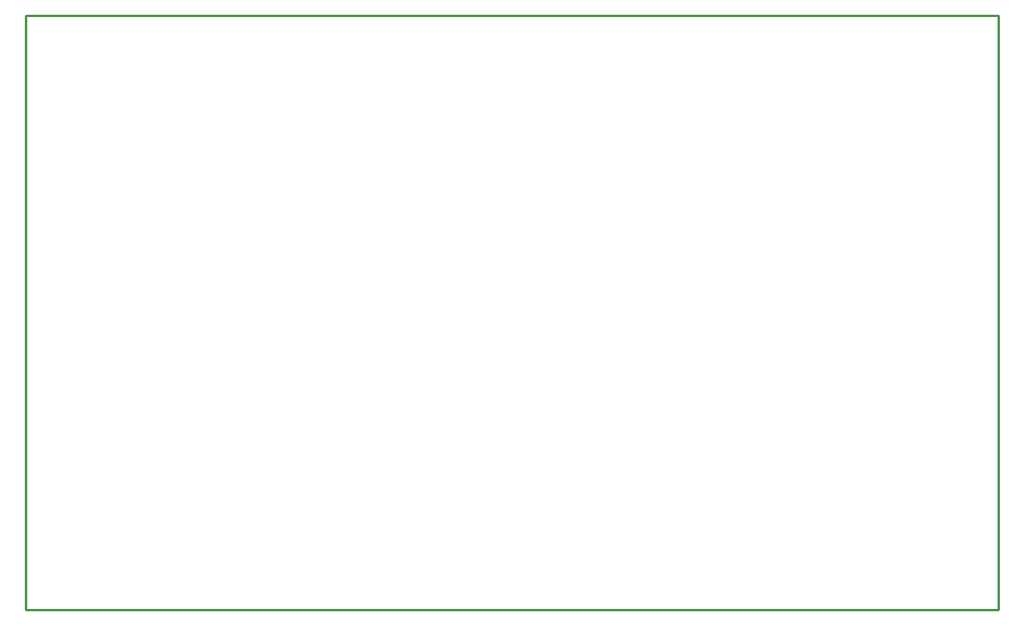
<source format=gbr>
G04 #@! TF.GenerationSoftware,KiCad,Pcbnew,5.1.0-rc2-unknown-036be7d~80~ubuntu16.04.1*
G04 #@! TF.CreationDate,2022-11-30T14:58:32+02:00*
G04 #@! TF.ProjectId,AgonLight2_Rev_A,41676f6e-4c69-4676-9874-325f5265765f,rev?*
G04 #@! TF.SameCoordinates,Original*
G04 #@! TF.FileFunction,Profile,NP*
%FSLAX46Y46*%
G04 Gerber Fmt 4.6, Leading zero omitted, Abs format (unit mm)*
G04 Created by KiCad (PCBNEW 5.1.0-rc2-unknown-036be7d~80~ubuntu16.04.1) date 2022-11-30 14:58:32*
%MOMM*%
%LPD*%
G04 APERTURE LIST*
%ADD10C,0.254000*%
G04 APERTURE END LIST*
D10*
X50000000Y-85130000D02*
X156050000Y-85130000D01*
X156050000Y-150000000D02*
X156050000Y-85130000D01*
X50000000Y-150000000D02*
X50000000Y-85130000D01*
X50000000Y-150000000D02*
X156050000Y-150000000D01*
M02*

</source>
